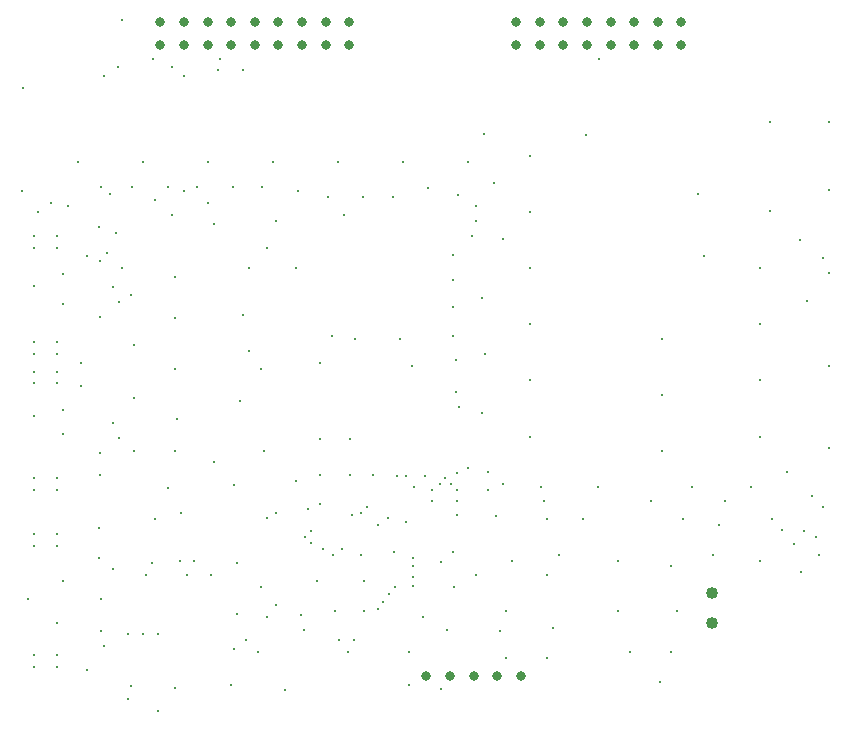
<source format=gbr>
G04 EdaTools v1.0. *
G04 EdaTools CAM processor. Gerber generator. *
G04 Start timestamp: 10:50:32.107 *
G04 BEGIN HEADER *
%TF.FileFunction,Plated,1,2,PTH,Drill*%
%TF.FilePolarity,Positive*%
%TF.Part,Single*%
%MOMM*%
%FSLAX35Y35*%
G04 END HEADER *
G04 BEGIN APERTURES *
%ADD10C,0.8*%
%ADD11C,1.016*%
%ADD12C,0.25*%
G04 END APERTURES *
G04 BEGIN IMAGE *
D10*
X03525000Y00850000D03*
X03725000D03*
X03925000D03*
X04125000D03*
X04325000D03*
D11*
X05944000Y01552000D03*
Y01298000D03*
D10*
X01273000Y06187500D03*
Y06387500D03*
X01473000Y06187500D03*
Y06387500D03*
X01673000Y06187500D03*
Y06387500D03*
X01873000Y06187500D03*
Y06387500D03*
X02073000Y06187500D03*
Y06387500D03*
X02273000Y06187500D03*
Y06387500D03*
X02473000Y06187500D03*
Y06387500D03*
X02673000Y06187500D03*
Y06387500D03*
X02873000D03*
Y06187500D03*
X04285500D03*
Y06387500D03*
X04485500Y06187500D03*
Y06387500D03*
X04685500Y06187500D03*
Y06387500D03*
X04885500Y06187500D03*
Y06387500D03*
X05085500Y06187500D03*
Y06387500D03*
X05285500Y06187500D03*
Y06387500D03*
X05485500Y06187500D03*
Y06387500D03*
X05685500Y06187500D03*
Y06387500D03*
D12*
X00200000Y04575000D03*
X00400000D03*
Y04475000D03*
X00200000D03*
Y03675000D03*
Y03575000D03*
X00400000D03*
Y03675000D03*
X00200000Y03425000D03*
X00400000D03*
Y03325000D03*
X00200000D03*
Y02525000D03*
X00400000D03*
Y02425000D03*
X00200000D03*
Y02050000D03*
X00400000D03*
Y01950000D03*
X00200000D03*
Y01025000D03*
Y00925000D03*
X00400000D03*
Y01025000D03*
X01725000Y02662500D03*
X03375000Y00775000D03*
X04400000Y03825000D03*
Y03350000D03*
X04150000Y01225000D03*
X04600000Y01250000D03*
X05150000Y01400000D03*
X05250000Y01050000D03*
X05500000Y00800000D03*
X05600000Y01050000D03*
X05650000Y01400000D03*
X02025000Y03600000D03*
X01400000Y02750000D03*
X01725000Y04675000D03*
X02825000Y04750000D03*
X02025000Y04300000D03*
X01950000Y03175000D03*
X01400000Y03450000D03*
Y03875000D03*
Y04225000D03*
X00350000Y04850000D03*
X00950000Y04300000D03*
X01025000Y04075000D03*
X00450000Y04250000D03*
X00650000Y04400000D03*
X00450000Y03100000D03*
X00600000Y03300000D03*
X00450000Y02900000D03*
Y04000000D03*
X00600000Y03500000D03*
X01050000Y02750000D03*
Y03200000D03*
Y03650000D03*
X01400000Y00750000D03*
X01875000Y00775000D03*
X01900000Y01075000D03*
X01250000Y01200000D03*
X01000000D03*
X01900000Y02462500D03*
X02625000Y03500000D03*
X02175000Y04475000D03*
X02725000Y03725000D03*
X02250000Y04700000D03*
X01412500Y03025000D03*
X00750000Y04650000D03*
X04012500Y05437500D03*
X04550000Y01700000D03*
X02125000Y03450000D03*
X01125000Y01200000D03*
X01025000Y00762500D03*
X02912500Y01150000D03*
X06575000Y02575000D03*
X06275000Y02450000D03*
X05775000D03*
X05425000Y02325000D03*
X04975000Y02450000D03*
X04500000D03*
X04550000Y02175000D03*
X04850000D03*
X04112500Y02200000D03*
X04250000Y01825000D03*
X04650000Y01875000D03*
X05150000Y01825000D03*
X05600000Y01775000D03*
X05950000Y01875000D03*
X06350000Y01825000D03*
X06700000Y01725000D03*
X06850000Y01875000D03*
X06450000Y02175000D03*
X06000000Y02125000D03*
X05700000Y02175000D03*
X06350000Y02875000D03*
Y03350000D03*
Y03825000D03*
Y04300000D03*
X06937500Y05537500D03*
X06437500D03*
Y04787500D03*
X06937500Y04262500D03*
X06750000Y04025000D03*
X06937500Y03475000D03*
Y02775000D03*
X04550000Y01000000D03*
X04200000D03*
Y01400000D03*
X03500000Y01350000D03*
X03350000Y02150000D03*
X03250000Y01900000D03*
X02975000Y01875000D03*
X03000000Y01650000D03*
X02175000Y01350000D03*
X02125000Y01600000D03*
X01925000Y01800000D03*
X01700000Y01700000D03*
X01925000Y01375000D03*
X01150000Y01700000D03*
X01200000Y01800000D03*
X00800000Y01100000D03*
X00650000Y00900000D03*
X01000000Y00650000D03*
X01250000Y00550000D03*
X02325000Y00725000D03*
X03300000Y03700000D03*
X03400000Y03475000D03*
X02925000Y03700000D03*
X02425000Y04300000D03*
X01975000Y03900000D03*
X03750000Y04412500D03*
X04100000Y05025000D03*
X02150000Y02750000D03*
X02625000Y02850000D03*
X02425000Y02500000D03*
X02875000Y02550000D03*
Y02850000D03*
X03075000Y02550000D03*
X03425000Y02450000D03*
X03575000Y02325000D03*
X03787500Y02212500D03*
X03750000Y01900000D03*
X03700000Y01237500D03*
X03650000Y00737500D03*
X01500000Y01700000D03*
X01337500Y02437500D03*
X00750000Y02100000D03*
X04050000Y02575000D03*
X04000000Y03075000D03*
X04025000Y03575000D03*
X04000000Y04050000D03*
X03750000Y03975000D03*
X03775000Y03525000D03*
X03800000Y03125000D03*
X03875000Y05200000D03*
X04400000Y05250000D03*
Y04775000D03*
Y04300000D03*
X04175000Y04550000D03*
X04400000Y02875000D03*
X04050000Y02425000D03*
X02737500Y01875000D03*
X03950000Y01700000D03*
X06887500Y04387500D03*
X06687500Y04537500D03*
X06937500Y04962500D03*
X03650000Y01812500D03*
X03762500Y01600000D03*
X04525000Y02325000D03*
X06050000D03*
X02975000Y02225000D03*
X03000000Y01400000D03*
X02750000D03*
X02462500Y01362500D03*
X02625000Y02550000D03*
X02175000Y02187500D03*
X00450000Y01650000D03*
X00400000Y01300000D03*
X00150000Y01500000D03*
X00200000Y03050000D03*
Y04150000D03*
X00100000Y04950000D03*
X00850000Y04925000D03*
X00575000Y05200000D03*
X01125000D03*
X01675000D03*
X02225000D03*
X02775000D03*
X03325000D03*
X01675000Y04850000D03*
X01475000Y04950000D03*
X01375000Y04750000D03*
X01225000Y04875000D03*
X00900000Y04600000D03*
X02600000Y01650000D03*
X03787500Y02562500D03*
X03575000Y02425000D03*
X03787500Y02325000D03*
Y02425000D03*
X03375000Y01050000D03*
X00762500Y02737500D03*
Y03887500D03*
X00825000Y04425000D03*
X00762500Y02550000D03*
X03875000Y02612500D03*
X03912500Y04575000D03*
X00762500Y04362500D03*
X03275000Y02537500D03*
X03950000Y04825000D03*
X03350000Y02537500D03*
X03950000Y04700000D03*
X03687500Y02525000D03*
X03775000Y03250000D03*
X03637500Y02475000D03*
X03750000Y03725000D03*
X00775000Y01225000D03*
X00750000Y01850000D03*
X00775000Y01500000D03*
X00875000Y01750000D03*
X01437500Y01825000D03*
X02487500Y01237500D03*
X02862500Y01050000D03*
X02100000D03*
X01562500Y01825000D03*
X02250000Y01450000D03*
X02787500Y01150000D03*
X02000000D03*
X03512500Y02537500D03*
X03750000Y04200000D03*
X03737500Y02475000D03*
X04175000D03*
X00950000Y06400000D03*
X00112500Y05825000D03*
X00912500Y06000000D03*
X01375000D03*
X00800000Y05925000D03*
X01475000D03*
X01212500Y06075000D03*
X01775000D03*
X01762500Y05975000D03*
X01975000D03*
X03412500Y01612500D03*
X01337500Y04987500D03*
X03412500Y01687500D03*
X01587500Y04987500D03*
X03212500Y01537500D03*
X00775000Y04987500D03*
X03262500Y01600000D03*
X01037500Y04987500D03*
X03112500Y01412500D03*
X00237500Y04775000D03*
X03162500Y01475000D03*
X00487500Y04825000D03*
X05525000Y02750000D03*
X04987500Y06075000D03*
X05525000Y03225000D03*
X02550000Y02075000D03*
X06537500Y02087500D03*
X02812500Y01925000D03*
X06637500Y01962500D03*
X03412500Y01775000D03*
X01887500Y04987500D03*
X03412500Y01850000D03*
X02137500Y04987500D03*
X00925000Y04012500D03*
Y02862500D03*
X01450000Y02225000D03*
X00875000Y04137500D03*
Y02987500D03*
X01225000Y02175000D03*
X05525000Y03700000D03*
X03200000Y02187500D03*
X02690500Y04900000D03*
X03112500Y02125000D03*
X02436500Y04950000D03*
X02500000Y02025000D03*
X06725000Y02075000D03*
X06787500Y02375000D03*
X02625000Y02300000D03*
X03240500Y04900000D03*
X02525000Y02262500D03*
X02900000Y02212500D03*
X02986500Y04900000D03*
X04875000Y05425000D03*
X05875000Y04400000D03*
X06887500Y02275000D03*
X03025000D03*
X02550000Y01975000D03*
X06825000Y02025000D03*
X03790500Y04923000D03*
X02650000Y01925000D03*
X02250000Y02225000D03*
X03536500Y04975000D03*
X05825000Y04925000D03*
G04 END IMAGE *
M02*
G04 End timestamp: 10:50:32.123 *
G04 END FILE *

</source>
